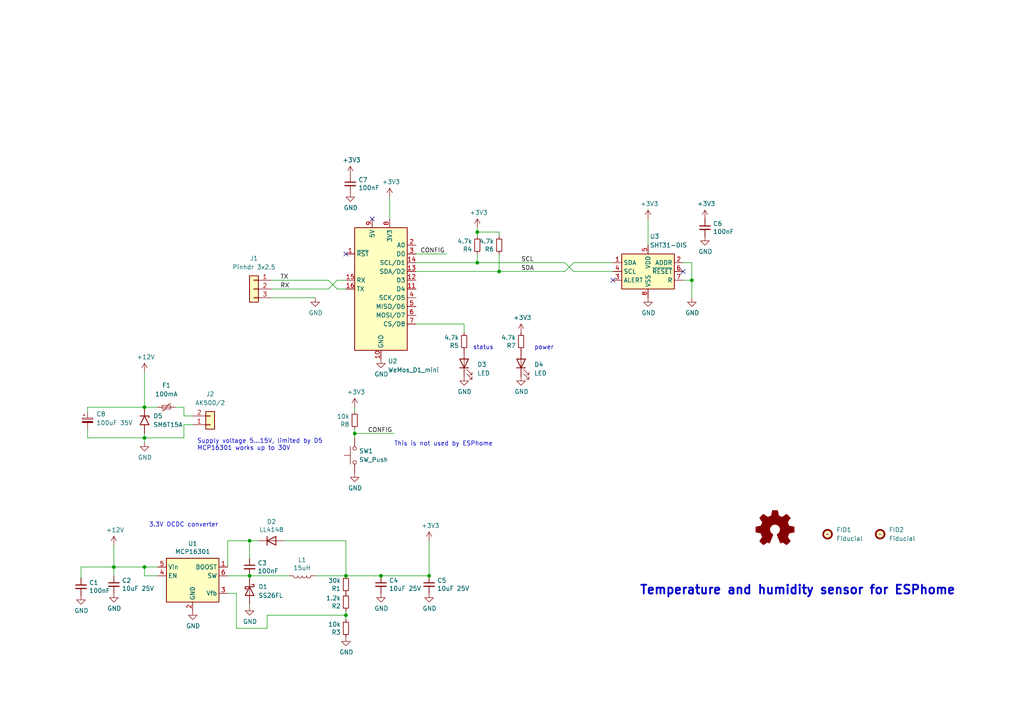
<source format=kicad_sch>
(kicad_sch (version 20211123) (generator eeschema)
  (paper "A4")
  (title_block (title "Temperature and humidity sensor for ESPhome") (company "FoxxCorp") (comment 1 "by: .::MaSTeRFoXX::."))
  (lib_symbols
    (symbol "Connector_Generic:Conn_01x02" (pin_names (offset 1.016) hide)
      (property "Reference" "J" (at 0 2.54 0))
      (property "Value" "Conn_01x02" (at 0 -5.08 0))
      (symbol "Conn_01x02_1_1"
        (rectangle (start -1.27 -2.413) (end 0 -2.667) (stroke (width 0.1524)))
        (rectangle (start -1.27 0.127) (end 0 -0.127) (stroke (width 0.1524)))
        (rectangle (start -1.27 1.27) (end 1.27 -3.81) (stroke (width 0.254)) (fill (type background)))
        (pin passive line (at -5.08 0 0) (length 3.81) (name "Pin_1") (number "1"))
        (pin passive line (at -5.08 -2.54 0) (length 3.81) (name "Pin_2") (number "2"))
      )
    )
    (symbol "Connector_Generic:Conn_01x03" (pin_names (offset 1.016) hide)
      (property "Reference" "J" (at 0 5.08 0))
      (property "Value" "Conn_01x03" (at 0 -5.08 0))
      (symbol "Conn_01x03_1_1"
        (rectangle (start -1.27 -2.413) (end 0 -2.667) (stroke (width 0.1524)))
        (rectangle (start -1.27 0.127) (end 0 -0.127) (stroke (width 0.1524)))
        (rectangle (start -1.27 2.667) (end 0 2.413) (stroke (width 0.1524)))
        (rectangle (start -1.27 3.81) (end 1.27 -3.81) (stroke (width 0.254)) (fill (type background)))
        (pin passive line (at -5.08 2.54 0) (length 3.81) (name "Pin_1") (number "1"))
        (pin passive line (at -5.08 0 0) (length 3.81) (name "Pin_2") (number "2"))
        (pin passive line (at -5.08 -2.54 0) (length 3.81) (name "Pin_3") (number "3"))
      )
    )
    (symbol "Device:C_Polarized_Small" (pin_numbers hide) (pin_names (offset 0.254) hide)
      (property "Reference" "C" (at 0.254 1.778 0))
      (property "Value" "C_Polarized_Small" (at 0.254 -2.032 0))
      (symbol "C_Polarized_Small_0_1"
        (rectangle (start -1.524 -0.3048) (end 1.524 -0.6858) (fill (type outline)))
        (rectangle (start -1.524 0.6858) (end 1.524 0.3048))
        (polyline (pts (xy -1.27 1.524) (xy -0.762 1.524)))
        (polyline (pts (xy -1.016 1.27) (xy -1.016 1.778)))
      )
      (symbol "C_Polarized_Small_1_1"
        (pin passive line (at 0 2.54 270) (length 1.8542) (name "~") (number "1"))
        (pin passive line (at 0 -2.54 90) (length 1.8542) (name "~") (number "2"))
      )
    )
    (symbol "Device:C_Small" (pin_numbers hide) (pin_names (offset 0.254) hide)
      (property "Reference" "C" (at 0.254 1.778 0))
      (property "Value" "C_Small" (at 0.254 -2.032 0))
      (symbol "C_Small_0_1"
        (polyline (pts (xy -1.524 -0.508) (xy 1.524 -0.508)) (stroke (width 0.3302)))
        (polyline (pts (xy -1.524 0.508) (xy 1.524 0.508)) (stroke (width 0.3048)))
      )
      (symbol "C_Small_1_1"
        (pin passive line (at 0 2.54 270) (length 2.032) (name "~") (number "1"))
        (pin passive line (at 0 -2.54 90) (length 2.032) (name "~") (number "2"))
      )
    )
    (symbol "Device:D_Schottky" (pin_numbers hide) (pin_names (offset 1.016) hide)
      (property "Reference" "D" (at 0 2.54 0))
      (property "Value" "D_Schottky" (at 0 -2.54 0))
      (symbol "D_Schottky_0_1"
        (polyline (pts (xy 1.27 0) (xy -1.27 0)))
        (polyline (pts (xy 1.27 1.27) (xy 1.27 -1.27) (xy -1.27 0) (xy 1.27 1.27)) (stroke (width 0.254)))
        (polyline (pts (xy -1.905 0.635) (xy -1.905 1.27) (xy -1.27 1.27) (xy -1.27 -1.27) (xy -0.635 -1.27) (xy -0.635 -0.635)) (stroke (width 0.254)))
      )
      (symbol "D_Schottky_1_1"
        (pin passive line (at -3.81 0 0) (length 2.54) (name "K") (number "1"))
        (pin passive line (at 3.81 0 180) (length 2.54) (name "A") (number "2"))
      )
    )
    (symbol "Device:L" (pin_numbers hide) (pin_names (offset 1.016) hide)
      (property "Reference" "L" (at -1.27 0 90))
      (property "Value" "L" (at 1.905 0 90))
      (symbol "L_0_1"
        (arc (start 0 -2.54) (mid 0.635 -1.905) (end 0 -1.27))
        (arc (start 0 -1.27) (mid 0.635 -0.635) (end 0 0))
        (arc (start 0 0) (mid 0.635 0.635) (end 0 1.27))
        (arc (start 0 1.27) (mid 0.635 1.905) (end 0 2.54))
      )
      (symbol "L_1_1"
        (pin passive line (at 0 3.81 270) (length 1.27) (name "1") (number "1"))
        (pin passive line (at 0 -3.81 90) (length 1.27) (name "2") (number "2"))
      )
    )
    (symbol "Device:LED" (pin_numbers hide) (pin_names (offset 1.016) hide)
      (property "Reference" "D" (at 0 2.54 0))
      (property "Value" "LED" (at 0 -2.54 0))
      (symbol "LED_0_1"
        (polyline (pts (xy -1.27 -1.27) (xy -1.27 1.27)) (stroke (width 0.254)))
        (polyline (pts (xy -1.27 0) (xy 1.27 0)))
        (polyline (pts (xy 1.27 -1.27) (xy 1.27 1.27) (xy -1.27 0) (xy 1.27 -1.27)) (stroke (width 0.254)))
        (polyline (pts (xy -3.048 -0.762) (xy -4.572 -2.286) (xy -3.81 -2.286) (xy -4.572 -2.286) (xy -4.572 -1.524)))
        (polyline (pts (xy -1.778 -0.762) (xy -3.302 -2.286) (xy -2.54 -2.286) (xy -3.302 -2.286) (xy -3.302 -1.524)))
      )
      (symbol "LED_1_1"
        (pin passive line (at -3.81 0 0) (length 2.54) (name "K") (number "1"))
        (pin passive line (at 3.81 0 180) (length 2.54) (name "A") (number "2"))
      )
    )
    (symbol "Device:Polyfuse_Small" (pin_numbers hide) (pin_names (offset 0))
      (property "Reference" "F" (at -1.905 0 90))
      (property "Value" "Polyfuse_Small" (at 1.905 0 90))
      (symbol "Polyfuse_Small_0_1"
        (rectangle (start -0.508 1.27) (end 0.508 -1.27))
        (polyline (pts (xy 0 2.54) (xy 0 -2.54)))
        (polyline (pts (xy -1.016 1.27) (xy -1.016 0.762) (xy 1.016 -0.762) (xy 1.016 -1.27)))
      )
      (symbol "Polyfuse_Small_1_1"
        (pin passive line (at 0 2.54 270) (length 0.635) (name "~") (number "1"))
        (pin passive line (at 0 -2.54 90) (length 0.635) (name "~") (number "2"))
      )
    )
    (symbol "Device:R_Small" (pin_numbers hide) (pin_names (offset 0.254) hide)
      (property "Reference" "R" (at 0.762 0.508 0))
      (property "Value" "R_Small" (at 0.762 -1.016 0))
      (symbol "R_Small_0_1"
        (rectangle (start -0.762 1.778) (end 0.762 -1.778) (stroke (width 0.2032)))
      )
      (symbol "R_Small_1_1"
        (pin passive line (at 0 2.54 270) (length 0.762) (name "~") (number "1"))
        (pin passive line (at 0 -2.54 90) (length 0.762) (name "~") (number "2"))
      )
    )
    (symbol "Diode:LL4148" (pin_numbers hide) (pin_names (offset 1.016) hide)
      (property "Reference" "D" (at 0 2.54 0))
      (property "Value" "LL4148" (at 0 -2.54 0))
      (symbol "LL4148_0_1"
        (polyline (pts (xy -1.27 1.27) (xy -1.27 -1.27)) (stroke (width 0.254)))
        (polyline (pts (xy 1.27 0) (xy -1.27 0)))
        (polyline (pts (xy 1.27 1.27) (xy 1.27 -1.27) (xy -1.27 0) (xy 1.27 1.27)) (stroke (width 0.254)))
      )
      (symbol "LL4148_1_1"
        (pin passive line (at -3.81 0 0) (length 2.54) (name "K") (number "1"))
        (pin passive line (at 3.81 0 180) (length 2.54) (name "A") (number "2"))
      )
    )
    (symbol "Diode:SM6T15A" (pin_numbers hide) (pin_names (offset 1.016) hide)
      (property "Reference" "D" (at 0 2.54 0))
      (property "Value" "SM6T15A" (at 0 -2.54 0))
      (symbol "SM6T15A_0_1"
        (polyline (pts (xy -0.762 1.27) (xy -1.27 1.27) (xy -1.27 -1.27)) (stroke (width 0.254)))
        (polyline (pts (xy 1.27 1.27) (xy 1.27 -1.27) (xy -1.27 0) (xy 1.27 1.27)) (stroke (width 0.254)))
      )
      (symbol "SM6T15A_1_1"
        (pin passive line (at -3.81 0 0) (length 2.54) (name "A1") (number "1"))
        (pin passive line (at 3.81 0 180) (length 2.54) (name "A2") (number "2"))
      )
    )
    (symbol "Graphic:Logo_Open_Hardware_Small" (pin_names (offset 1.016))
      (symbol "Logo_Open_Hardware_Small_0_1"
        (polyline (pts (xy 3.3528 -4.3434) (xy 3.302 -4.318) (xy 3.175 -4.2418) (xy 2.9972 -4.1148) (xy 2.7686 -3.9624) (xy 2.54 -3.81) (xy 2.3622 -3.7084) (xy 2.2352 -3.6068) (xy 2.1844 -3.5814) (xy 2.159 -3.6068) (xy 2.0574 -3.6576) (xy 1.905 -3.7338) (xy 1.8034 -3.7846) (xy 1.6764 -3.8354) (xy 1.6002 -3.8354) (xy 1.6002 -3.8354) (xy 1.5494 -3.7338) (xy 1.4732 -3.5306) (xy 1.3462 -3.302) (xy 1.2446 -3.0226) (xy 1.1176 -2.7178) (xy 0.9652 -2.413) (xy 0.8636 -2.1082) (xy 0.7366 -1.8288) (xy 0.6604 -1.6256) (xy 0.6096 -1.4732) (xy 0.5842 -1.397) (xy 0.5842 -1.397) (xy 0.6604 -1.3208) (xy 0.7874 -1.2446) (xy 1.0414 -1.016) (xy 1.2954 -0.6858) (xy 1.4478 -0.3302) (xy 1.524 0.0762) (xy 1.4732 0.4572) (xy 1.3208 0.8128) (xy 1.0668 1.143) (xy 0.762 1.3716) (xy 0.4064 1.524) (xy 0 1.5748) (xy -0.381 1.5494) (xy -0.7366 1.397) (xy -1.0668 1.143) (xy -1.2192 0.9906) (xy -1.397 0.6604) (xy -1.524 0.3048) (xy -1.524 0.2286) (xy -1.4986 -0.1778) (xy -1.397 -0.5334) (xy -1.1938 -0.8636) (xy -0.9144 -1.143) (xy -0.8636 -1.1684) (xy -0.7366 -1.27) (xy -0.635 -1.3462) (xy -0.5842 -1.397) (xy -1.0668 -2.5908) (xy -1.143 -2.794) (xy -1.2954 -3.1242) (xy -1.397 -3.4036) (xy -1.4986 -3.6322) (xy -1.5748 -3.7846) (xy -1.6002 -3.8354) (xy -1.6002 -3.8354) (xy -1.651 -3.8354) (xy -1.7272 -3.81) (xy -1.905 -3.7338) (xy -2.0066 -3.683) (xy -2.1336 -3.6068) (xy -2.2098 -3.5814) (xy -2.2606 -3.6068) (xy -2.3622 -3.683) (xy -2.54 -3.81) (xy -2.7686 -3.9624) (xy -2.9718 -4.0894) (xy -3.1496 -4.2164) (xy -3.302 -4.318) (xy -3.3528 -4.3434) (xy -3.3782 -4.3434) (xy -3.429 -4.318) (xy -3.5306 -4.2164) (xy -3.7084 -4.064) (xy -3.937 -3.8354) (xy -3.9624 -3.81) (xy -4.1656 -3.6068) (xy -4.318 -3.4544) (xy -4.4196 -3.3274) (xy -4.445 -3.2766) (xy -4.445 -3.2766) (xy -4.4196 -3.2258) (xy -4.318 -3.0734) (xy -4.2164 -2.8956) (xy -4.064 -2.667) (xy -3.6576 -2.0828) (xy -3.8862 -1.5494) (xy -3.937 -1.3716) (xy -4.0386 -1.1684) (xy -4.0894 -1.0414) (xy -4.1148 -0.9652) (xy -4.191 -0.9398) (xy -4.318 -0.9144) (xy -4.5466 -0.8636) (xy -4.8006 -0.8128) (xy -5.0546 -0.7874) (xy -5.2578 -0.7366) (xy -5.4356 -0.7112) (xy -5.5118 -0.6858) (xy -5.5118 -0.6858) (xy -5.5372 -0.635) (xy -5.5372 -0.5588) (xy -5.5372 -0.4318) (xy -5.5626 -0.2286) (xy -5.5626 0.0762) (xy -5.5626 0.127) (xy -5.5372 0.4064) (xy -5.5372 0.635) (xy -5.5372 0.762) (xy -5.5372 0.8382) (xy -5.5372 0.8382) (xy -5.461 0.8382) (xy -5.3086 0.889) (xy -5.08 0.9144) (xy -4.826 0.9652) (xy -4.8006 0.9906) (xy -4.5466 1.0414) (xy -4.318 1.0668) (xy -4.1656 1.1176) (xy -4.0894 1.143) (xy -4.0894 1.143) (xy -4.0386 1.2446) (xy -3.9624 1.4224) (xy -3.8608 1.6256) (xy -3.7846 1.8288) (xy -3.7084 2.0066) (xy -3.6576 2.159) (xy -3.6322 2.2098) (xy -3.6322 2.2098) (xy -3.683 2.286) (xy -3.7592 2.413) (xy -3.8862 2.5908) (xy -4.064 2.8194) (xy -4.064 2.8448) (xy -4.2164 3.0734) (xy -4.3434 3.2512) (xy -4.4196 3.3782) (xy -4.445 3.4544) (xy -4.445 3.4544) (xy -4.3942 3.5052) (xy -4.2926 3.6322) (xy -4.1148 3.81) (xy -3.937 4.0132) (xy -3.8608 4.064) (xy -3.6576 4.2926) (xy -3.5052 4.4196) (xy -3.4036 4.4958) (xy -3.3528 4.5212) (xy -3.3528 4.5212) (xy -3.302 4.4704) (xy -3.1496 4.3688) (xy -2.9718 4.2418) (xy -2.7432 4.0894) (xy -2.7178 4.0894) (xy -2.4892 3.937) (xy -2.3114 3.81) (xy -2.1844 3.7084) (xy -2.1336 3.683) (xy -2.1082 3.683) (xy -2.032 3.7084) (xy -1.8542 3.7592) (xy -1.6764 3.8354) (xy -1.4732 3.937) (xy -1.27 4.0132) (xy -1.143 4.064) (xy -1.0668 4.1148) (xy -1.0668 4.1148) (xy -1.0414 4.191) (xy -1.016 4.3434) (xy -0.9652 4.572) (xy -0.9144 4.8514) (xy -0.889 4.9022) (xy -0.8382 5.1562) (xy -0.8128 5.3848) (xy -0.7874 5.5372) (xy -0.762 5.588) (xy -0.7112 5.6134) (xy -0.5842 5.6134) (xy -0.4064 5.6134) (xy -0.1524 5.6134) (xy 0.0762 5.6134) (xy 0.3302 5.6134) (xy 0.5334 5.6134) (xy 0.6858 5.588) (xy 0.7366 5.588) (xy 0.7366 5.588) (xy 0.762 5.5118) (xy 0.8128 5.334) (xy 0.8382 5.1054) (xy 0.9144 4.826) (xy 0.9144 4.7752) (xy 0.9652 4.5212) (xy 1.016 4.2926) (xy 1.0414 4.1402) (xy 1.0668 4.0894) (xy 1.0668 4.0894) (xy 1.1938 4.0386) (xy 1.3716 3.9624) (xy 1.5748 3.8608) (xy 2.0828 3.6576) (xy 2.7178 4.0894) (xy 2.7686 4.1402) (xy 2.9972 4.2926) (xy 3.175 4.4196) (xy 3.302 4.4958) (xy 3.3782 4.5212) (xy 3.3782 4.5212) (xy 3.429 4.4704) (xy 3.556 4.3434) (xy 3.7338 4.191) (xy 3.9116 3.9878) (xy 4.064 3.8354) (xy 4.2418 3.6576) (xy 4.3434 3.556) (xy 4.4196 3.4798) (xy 4.4196 3.429) (xy 4.4196 3.4036) (xy 4.3942 3.3274) (xy 4.2926 3.2004) (xy 4.1656 2.9972) (xy 4.0132 2.794) (xy 3.8862 2.5908) (xy 3.7592 2.3876) (xy 3.6576 2.2352) (xy 3.6322 2.159) (xy 3.6322 2.1336) (xy 3.683 2.0066) (xy 3.7592 1.8288) (xy 3.8608 1.6002) (xy 4.064 1.1176) (xy 4.3942 1.0414) (xy 4.5974 1.016) (xy 4.8768 0.9652) (xy 5.1308 0.9144) (xy 5.5372 0.8382) (xy 5.5626 -0.6604) (xy 5.4864 -0.6858) (xy 5.4356 -0.6858) (xy 5.2832 -0.7366) (xy 5.0546 -0.762) (xy 4.8006 -0.8128) (xy 4.5974 -0.8636) (xy 4.3688 -0.9144) (xy 4.2164 -0.9398) (xy 4.1402 -0.9398) (xy 4.1148 -0.9652) (xy 4.064 -1.0668) (xy 3.9878 -1.2446) (xy 3.9116 -1.4478) (xy 3.81 -1.651) (xy 3.7338 -1.8542) (xy 3.683 -2.0066) (xy 3.6576 -2.0828) (xy 3.683 -2.1336) (xy 3.7846 -2.2606) (xy 3.8862 -2.4638) (xy 4.0386 -2.667) (xy 4.191 -2.8956) (xy 4.318 -3.0734) (xy 4.3942 -3.2004) (xy 4.445 -3.2766) (xy 4.4196 -3.3274) (xy 4.3434 -3.429) (xy 4.1656 -3.5814) (xy 3.937 -3.8354) (xy 3.8862 -3.8608) (xy 3.683 -4.064) (xy 3.5306 -4.2164) (xy 3.4036 -4.318) (xy 3.3528 -4.3434)) (fill (type outline)))
      )
    )
    (symbol "MCU_Module:WeMos_D1_mini"
      (property "Reference" "U" (at 3.81 19.05 0))
      (property "Value" "WeMos_D1_mini" (at 1.27 -19.05 0))
      (symbol "WeMos_D1_mini_1_1"
        (rectangle (start -7.62 17.78) (end 7.62 -17.78) (stroke (width 0.254)) (fill (type background)))
        (pin input line (at -10.16 10.16 0) (length 2.54) (name "~{RST}") (number "1"))
        (pin power_in line (at 0 -20.32 90) (length 2.54) (name "GND") (number "10"))
        (pin bidirectional line (at 10.16 0 180) (length 2.54) (name "D4") (number "11"))
        (pin bidirectional line (at 10.16 2.54 180) (length 2.54) (name "D3") (number "12"))
        (pin bidirectional line (at 10.16 5.08 180) (length 2.54) (name "SDA/D2") (number "13"))
        (pin bidirectional line (at 10.16 7.62 180) (length 2.54) (name "SCL/D1") (number "14"))
        (pin input line (at -10.16 2.54 0) (length 2.54) (name "RX") (number "15"))
        (pin output line (at -10.16 0 0) (length 2.54) (name "TX") (number "16"))
        (pin input line (at 10.16 12.7 180) (length 2.54) (name "A0") (number "2"))
        (pin bidirectional line (at 10.16 10.16 180) (length 2.54) (name "D0") (number "3"))
        (pin bidirectional line (at 10.16 -2.54 180) (length 2.54) (name "SCK/D5") (number "4"))
        (pin bidirectional line (at 10.16 -5.08 180) (length 2.54) (name "MISO/D6") (number "5"))
        (pin bidirectional line (at 10.16 -7.62 180) (length 2.54) (name "MOSI/D7") (number "6"))
        (pin bidirectional line (at 10.16 -10.16 180) (length 2.54) (name "CS/D8") (number "7"))
        (pin power_out line (at 2.54 20.32 270) (length 2.54) (name "3V3") (number "8"))
        (pin power_in line (at -2.54 20.32 270) (length 2.54) (name "5V") (number "9"))
      )
    )
    (symbol "Mechanical:Fiducial"
      (property "Reference" "FID" (at 0 5.08 0))
      (property "Value" "Fiducial" (at 0 3.175 0))
      (symbol "Fiducial_0_1"
        (circle (center 0 0) (radius 1.27) (stroke (width 0.508)) (fill (type background)))
      )
    )
    (symbol "Regulator_Switching:MCP16301"
      (property "Reference" "U" (at -7.62 6.35 0))
      (property "Value" "MCP16301" (at 0 6.35 0))
      (symbol "MCP16301_0_1"
        (rectangle (start -7.62 5.08) (end 7.62 -7.62) (stroke (width 0.254)) (fill (type background)))
      )
      (symbol "MCP16301_1_1"
        (pin output line (at 10.16 2.54 180) (length 2.54) (name "BOOST") (number "1"))
        (pin power_in line (at 0 -10.16 90) (length 2.54) (name "GND") (number "2"))
        (pin input line (at 10.16 -5.08 180) (length 2.54) (name "Vfb") (number "3"))
        (pin input line (at -10.16 0 0) (length 2.54) (name "EN") (number "4"))
        (pin power_in line (at -10.16 2.54 0) (length 2.54) (name "Vin") (number "5"))
        (pin output line (at 10.16 0 180) (length 2.54) (name "SW") (number "6"))
      )
    )
    (symbol "Sensor_Humidity:SHT31-DIS"
      (property "Reference" "U" (at -6.35 6.35 0))
      (property "Value" "SHT31-DIS" (at 6.35 6.35 0))
      (symbol "SHT31-DIS_0_1"
        (rectangle (start -7.62 5.08) (end 7.62 -5.08) (stroke (width 0.254)) (fill (type background)))
      )
      (symbol "SHT31-DIS_1_1"
        (pin bidirectional line (at 10.16 2.54 180) (length 2.54) (name "SDA") (number "1"))
        (pin input line (at -10.16 2.54 0) (length 2.54) (name "ADDR") (number "2"))
        (pin output line (at 10.16 -2.54 180) (length 2.54) (name "ALERT") (number "3"))
        (pin input line (at 10.16 0 180) (length 2.54) (name "SCL") (number "4"))
        (pin power_in line (at 0 7.62 270) (length 2.54) (name "VDD") (number "5"))
        (pin input line (at -10.16 0 0) (length 2.54) (name "~{RESET}") (number "6"))
        (pin passive line (at -10.16 -2.54 0) (length 2.54) (name "R") (number "7"))
        (pin power_in line (at 0 -7.62 90) (length 2.54) (name "VSS") (number "8"))
        (pin passive line (at 0 -7.62 90) (length 2.54) hide (name "VSS") (number "9"))
      )
    )
    (symbol "Switch:SW_Push" (pin_numbers hide) (pin_names (offset 1.016) hide)
      (property "Reference" "SW" (at 1.27 2.54 0))
      (property "Value" "SW_Push" (at 0 -1.524 0))
      (symbol "SW_Push_0_1"
        (circle (center -2.032 0) (radius 0.508))
        (polyline (pts (xy 0 1.27) (xy 0 3.048)))
        (polyline (pts (xy 2.54 1.27) (xy -2.54 1.27)))
        (circle (center 2.032 0) (radius 0.508))
        (pin passive line (at -5.08 0 0) (length 2.54) (name "1") (number "1"))
        (pin passive line (at 5.08 0 180) (length 2.54) (name "2") (number "2"))
      )
    )
    (symbol "power:+12V" (power) (pin_names (offset 0))
      (property "Value" "+12V" (at 0 3.556 0))
      (symbol "+12V_0_1"
        (polyline (pts (xy -0.762 1.27) (xy 0 2.54)))
        (polyline (pts (xy 0 0) (xy 0 2.54)))
        (polyline (pts (xy 0 2.54) (xy 0.762 1.27)))
      )
      (symbol "+12V_1_1"
        (pin power_in line (at 0 0 90) (length 0) hide (name "+12V") (number "1"))
      )
    )
    (symbol "power:+3V3" (power) (pin_names (offset 0))
      (property "Value" "+3V3" (at 0 3.556 0))
      (symbol "+3V3_0_1"
        (polyline (pts (xy -0.762 1.27) (xy 0 2.54)))
        (polyline (pts (xy 0 0) (xy 0 2.54)))
        (polyline (pts (xy 0 2.54) (xy 0.762 1.27)))
      )
      (symbol "+3V3_1_1"
        (pin power_in line (at 0 0 90) (length 0) hide (name "+3V3") (number "1"))
      )
    )
    (symbol "power:GND" (power) (pin_names (offset 0))
      (property "Value" "GND" (at 0 -3.81 0))
      (symbol "GND_0_1"
        (polyline (pts (xy 0 0) (xy 0 -1.27) (xy 1.27 -1.27) (xy 0 -2.54) (xy -1.27 -1.27) (xy 0 -1.27)))
      )
      (symbol "GND_1_1"
        (pin power_in line (at 0 0 270) (length 0) hide (name "GND") (number "1"))
      )
    )
  )
  (junction (at 138.43 67.31))
  (junction (at 200.66 81.28))
  (junction (at 102.87 125.73))
  (junction (at 72.39 167.005))
  (junction (at 144.78 78.74))
  (junction (at 72.39 156.845))
  (junction (at 100.33 167.005))
  (junction (at 124.46 167.005))
  (junction (at 138.43 76.2))
  (junction (at 110.49 167.005))
  (junction (at 41.91 164.465))
  (junction (at 33.02 164.465))
  (junction (at 41.91 118.11))
  (junction (at 100.33 178.435))
  (junction (at 41.91 127))
  (no_connect (at 198.12 78.74))
  (no_connect (at 177.8 81.28))
  (no_connect (at 107.95 63.5))
  (no_connect (at 100.33 73.66))
  (wire (pts (xy 72.39 156.845) (xy 74.93 156.845)))
  (wire (pts (xy 68.58 172.085) (xy 66.04 172.085)))
  (wire (pts (xy 138.43 67.31) (xy 138.43 68.58)))
  (wire (pts (xy 78.74 86.36) (xy 91.44 86.36)))
  (wire (pts (xy 53.34 118.11) (xy 53.34 120.65)))
  (wire (pts (xy 25.4 118.11) (xy 41.91 118.11)))
  (wire (pts (xy 23.495 167.64) (xy 23.495 164.465)))
  (wire (pts (xy 41.91 107.95) (xy 41.91 118.11)))
  (wire (pts (xy 25.4 119.38) (xy 25.4 118.11)))
  (wire (pts (xy 102.87 118.11) (xy 102.87 119.38)))
  (wire (pts (xy 72.39 167.005) (xy 83.82 167.005)))
  (wire (pts (xy 91.44 167.005) (xy 100.33 167.005)))
  (wire (pts (xy 120.65 76.2) (xy 138.43 76.2)))
  (wire (pts (xy 200.66 81.28) (xy 200.66 86.36)))
  (wire (pts (xy 138.43 66.04) (xy 138.43 67.31)))
  (wire (pts (xy 66.04 156.845) (xy 66.04 164.465)))
  (wire (pts (xy 53.34 127) (xy 41.91 127)))
  (wire (pts (xy 198.12 81.28) (xy 200.66 81.28)))
  (wire (pts (xy 200.66 76.2) (xy 200.66 81.28)))
  (wire (pts (xy 97.79 81.28) (xy 95.25 83.82)))
  (wire (pts (xy 41.91 127) (xy 41.91 128.27)))
  (wire (pts (xy 177.8 78.74) (xy 166.37 78.74)))
  (wire (pts (xy 138.43 76.2) (xy 163.83 76.2)))
  (wire (pts (xy 82.55 156.845) (xy 100.33 156.845)))
  (wire (pts (xy 41.91 167.005) (xy 41.91 164.465)))
  (wire (pts (xy 72.39 156.845) (xy 66.04 156.845)))
  (wire (pts (xy 138.43 67.31) (xy 144.78 67.31)))
  (wire (pts (xy 55.88 120.65) (xy 53.34 120.65)))
  (wire (pts (xy 100.33 177.165) (xy 100.33 178.435)))
  (wire (pts (xy 95.25 83.82) (xy 78.74 83.82)))
  (wire (pts (xy 25.4 124.46) (xy 25.4 127)))
  (wire (pts (xy 33.02 158.115) (xy 33.02 164.465)))
  (wire (pts (xy 166.37 76.2) (xy 177.8 76.2)))
  (wire (pts (xy 144.78 78.74) (xy 163.83 78.74)))
  (wire (pts (xy 72.39 167.005) (xy 72.39 167.64)))
  (wire (pts (xy 100.33 178.435) (xy 100.33 179.705)))
  (wire (pts (xy 120.65 93.98) (xy 134.62 93.98)))
  (wire (pts (xy 187.96 63.5) (xy 187.96 71.12)))
  (wire (pts (xy 198.12 76.2) (xy 200.66 76.2)))
  (wire (pts (xy 138.43 73.66) (xy 138.43 76.2)))
  (wire (pts (xy 113.03 57.15) (xy 113.03 63.5)))
  (wire (pts (xy 41.91 164.465) (xy 33.02 164.465)))
  (wire (pts (xy 77.47 182.245) (xy 68.58 182.245)))
  (wire (pts (xy 102.87 125.73) (xy 102.87 127)))
  (wire (pts (xy 95.25 81.28) (xy 78.74 81.28)))
  (wire (pts (xy 102.87 124.46) (xy 102.87 125.73)))
  (wire (pts (xy 77.47 178.435) (xy 77.47 182.245)))
  (wire (pts (xy 124.46 167.005) (xy 124.46 156.845)))
  (wire (pts (xy 163.83 78.74) (xy 166.37 76.2)))
  (wire (pts (xy 144.78 73.66) (xy 144.78 78.74)))
  (wire (pts (xy 66.04 167.005) (xy 72.39 167.005)))
  (wire (pts (xy 102.87 125.73) (xy 114.3 125.73)))
  (wire (pts (xy 25.4 127) (xy 41.91 127)))
  (wire (pts (xy 68.58 172.085) (xy 68.58 182.245)))
  (wire (pts (xy 50.8 118.11) (xy 53.34 118.11)))
  (wire (pts (xy 100.33 83.82) (xy 97.79 83.82)))
  (wire (pts (xy 100.33 81.28) (xy 97.79 81.28)))
  (wire (pts (xy 72.39 161.925) (xy 72.39 156.845)))
  (wire (pts (xy 45.72 167.005) (xy 41.91 167.005)))
  (wire (pts (xy 166.37 78.74) (xy 163.83 76.2)))
  (wire (pts (xy 100.33 178.435) (xy 77.47 178.435)))
  (wire (pts (xy 110.49 167.005) (xy 100.33 167.005)))
  (wire (pts (xy 144.78 67.31) (xy 144.78 68.58)))
  (wire (pts (xy 41.91 164.465) (xy 45.72 164.465)))
  (wire (pts (xy 41.91 118.11) (xy 45.72 118.11)))
  (wire (pts (xy 120.65 78.74) (xy 144.78 78.74)))
  (wire (pts (xy 55.88 123.19) (xy 53.34 123.19)))
  (wire (pts (xy 41.91 125.73) (xy 41.91 127)))
  (wire (pts (xy 23.495 164.465) (xy 33.02 164.465)))
  (wire (pts (xy 97.79 83.82) (xy 95.25 81.28)))
  (wire (pts (xy 33.02 167.005) (xy 33.02 164.465)))
  (wire (pts (xy 53.34 123.19) (xy 53.34 127)))
  (wire (pts (xy 134.62 93.98) (xy 134.62 96.52)))
  (wire (pts (xy 100.33 167.005) (xy 100.33 156.845)))
  (wire (pts (xy 72.39 175.26) (xy 72.39 175.895)))
  (wire (pts (xy 124.46 167.005) (xy 110.49 167.005)))
  (wire (pts (xy 120.65 73.66) (xy 129.54 73.66)))
  (text "Temperature and humidity sensor for ESPhome" (at 185.42 172.72 0) (effects (font (size 2.54 2.54) (thickness 0.508) bold) (justify left bottom)))
  (text "status\n" (at 137.16 101.6 0) (effects (font (size 1.27 1.27)) (justify left bottom)))
  (text "This is not used by ESPhome" (at 114.3 129.54 0) (effects (font (size 1.27 1.27)) (justify left bottom)))
  (text "3.3V DCDC converter" (at 43.18 153.035 0) (effects (font (size 1.27 1.27)) (justify left bottom)))
  (text "Supply voltage 5...15V, limited by D5\nMCP16301 works up to 30V" (at 57.15 130.81 0) (effects (font (size 1.27 1.27)) (justify left bottom)))
  (text "power" (at 154.94 101.6 0) (effects (font (size 1.27 1.27)) (justify left bottom)))
  (label "CONFIG" (at 121.92 73.66 0))
  (label "SDA" (at 151.13 78.74 0))
  (label "SCL" (at 151.13 76.2 0))
  (label "TX" (at 81.28 81.28 0))
  (label "CONFIG" (at 106.68 125.73 0))
  (label "RX" (at 81.28 83.82 0))
  (symbol (lib_id "power:GND") (at 41.91 128.27 0) (unit 1)
    (property "Reference" "#PWR0122" (effects hide))
    (property "Value" "GND" (at 42.037 132.6642 0))
  )
  (symbol (lib_id "power:GND") (at 124.46 172.085 0) (unit 1)
    (property "Reference" "#PWR0103" (effects hide))
    (property "Value" "GND" (at 124.587 176.4792 0))
  )
  (symbol (lib_id "Device:R_Small") (at 151.13 99.06 180) (unit 1)
    (property "Reference" "R7" (at 149.6314 100.2284 0) (effects (justify left)))
    (property "Value" "4.7k" (at 149.6314 97.917 0) (effects (justify left)))
    (property "Footprint" "Resistor_SMD:R_0603_1608Metric" (effects hide))
  )
  (symbol (lib_id "Device:C_Small") (at 33.02 169.545 0) (unit 1)
    (property "Reference" "C2" (at 35.3568 168.3766 0) (effects (justify left)))
    (property "Value" "10uF 25V" (at 35.3568 170.688 0) (effects (justify left)))
    (property "Footprint" "Capacitor_SMD:C_1206_3216Metric" (effects hide))
  )
  (symbol (lib_id "power:GND") (at 187.96 86.36 0) (unit 1)
    (property "Reference" "#PWR0114" (effects hide))
    (property "Value" "GND" (at 188.087 90.7542 0))
  )
  (symbol (lib_id "MCU_Module:WeMos_D1_mini") (at 110.49 83.82 0) (unit 1)
    (property "Reference" "U2" (at 112.5094 104.775 0) (effects (justify left)))
    (property "Value" "WeMos_D1_mini" (at 112.5094 107.315 0) (effects (justify left)))
    (property "Footprint" "Module:WEMOS_D1_mini_light" (effects hide))
    (property "Datasheet" "https://wiki.wemos.cc/products:d1:d1_mini#documentation" (effects hide))
  )
  (symbol (lib_id "Device:R_Small") (at 144.78 71.12 180) (unit 1)
    (property "Reference" "R6" (at 143.2814 72.2884 0) (effects (justify left)))
    (property "Value" "4.7k" (at 143.2814 69.977 0) (effects (justify left)))
    (property "Footprint" "Resistor_SMD:R_0603_1608Metric" (effects hide))
  )
  (symbol (lib_id "power:GND") (at 100.33 184.785 0) (unit 1)
    (property "Reference" "#PWR0101" (effects hide))
    (property "Value" "GND" (at 100.457 189.1792 0))
  )
  (symbol (lib_id "Device:C_Small") (at 72.39 164.465 0) (unit 1)
    (property "Reference" "C3" (at 74.7268 163.2966 0) (effects (justify left)))
    (property "Value" "100nF" (at 74.7268 165.608 0) (effects (justify left)))
    (property "Footprint" "Capacitor_SMD:C_0603_1608Metric" (effects hide))
  )
  (symbol (lib_id "power:GND") (at 101.6 55.88 0) (unit 1)
    (property "Reference" "#PWR0125" (effects hide))
    (property "Value" "GND" (at 101.727 60.2742 0))
  )
  (symbol (lib_id "power:+3V3") (at 113.03 57.15 0) (unit 1)
    (property "Reference" "#PWR0120" (effects hide))
    (property "Value" "+3V3" (at 113.411 52.7558 0))
  )
  (symbol (lib_id "power:GND") (at 91.44 86.36 0) (unit 1)
    (property "Reference" "#PWR0118" (effects hide))
    (property "Value" "GND" (at 91.567 90.7542 0))
  )
  (symbol (lib_id "power:GND") (at 200.66 86.36 0) (unit 1)
    (property "Reference" "#PWR0115" (effects hide))
    (property "Value" "GND" (at 200.787 90.7542 0))
  )
  (symbol (lib_id "power:+12V") (at 41.91 107.95 0) (unit 1)
    (property "Reference" "#PWR0123" (effects hide))
    (property "Value" "+12V" (at 42.291 103.5558 0))
  )
  (symbol (lib_id "power:GND") (at 55.88 177.165 0) (unit 1)
    (property "Reference" "#PWR0107" (effects hide))
    (property "Value" "GND" (at 56.007 181.5592 0))
  )
  (symbol (lib_id "power:GND") (at 151.13 109.22 0) (unit 1)
    (property "Reference" "#PWR0111" (effects hide))
    (property "Value" "GND" (at 151.257 113.6142 0))
  )
  (symbol (lib_id "Device:R_Small") (at 100.33 182.245 180) (unit 1)
    (property "Reference" "R3" (at 98.8314 183.4134 0) (effects (justify left)))
    (property "Value" "10k" (at 98.8314 181.102 0) (effects (justify left)))
    (property "Footprint" "Resistor_SMD:R_0603_1608Metric" (effects hide))
  )
  (symbol (lib_id "power:GND") (at 33.02 172.085 0) (unit 1)
    (property "Reference" "#PWR0106" (effects hide))
    (property "Value" "GND" (at 33.147 176.4792 0))
  )
  (symbol (lib_id "power:GND") (at 110.49 104.14 0) (unit 1)
    (property "Reference" "#PWR0121" (effects hide))
    (property "Value" "GND" (at 110.617 108.5342 0))
  )
  (symbol (lib_id "power:GND") (at 102.87 137.16 0) (unit 1)
    (property "Reference" "#PWR0126" (effects hide))
    (property "Value" "GND" (at 102.997 141.5542 0))
  )
  (symbol (lib_id "Mechanical:Fiducial") (at 240.03 154.94 0) (unit 1)
    (property "Reference" "FID1" (at 242.57 153.6699 0) (effects (justify left)))
    (property "Value" "Fiducial" (at 242.57 156.2099 0) (effects (justify left)))
    (property "Footprint" "Fiducial:Fiducial_0.75mm_Mask2.25mm" (effects hide))
    (property "Datasheet" "~" (at 240.03 154.94 0))
  )
  (symbol (lib_id "Connector_Generic:Conn_01x02") (at 60.96 123.19 0) (mirror x) (unit 1)
    (property "Reference" "J2" (at 60.96 114.3 0))
    (property "Value" "AK500/2" (at 60.96 116.84 0))
    (property "Footprint" "TerminalBlock_Phoenix:TerminalBlock_Phoenix_MKDS-1,5-2-5.08_1x02_P5.08mm_Horizontal" (effects hide))
  )
  (symbol (lib_id "Device:LED") (at 151.13 105.41 90) (unit 1)
    (property "Reference" "D4" (at 154.94 105.7274 90) (effects (justify right)))
    (property "Value" "LED" (at 154.94 108.2674 90) (effects (justify right)))
    (property "Footprint" "LED_SMD:LED_0805_2012Metric" (effects hide))
  )
  (symbol (lib_id "Device:Polyfuse_Small") (at 48.26 118.11 90) (unit 1)
    (property "Reference" "F1" (at 48.26 111.76 90))
    (property "Value" "100mA" (at 48.26 114.3 90))
    (property "Footprint" "Fuse:Fuse_1812_4532Metric" (effects hide))
  )
  (symbol (lib_id "power:+3V3") (at 138.43 66.04 0) (unit 1)
    (property "Reference" "#PWR0119" (effects hide))
    (property "Value" "+3V3" (at 138.811 61.6458 0))
  )
  (symbol (lib_id "Diode:SM6T15A") (at 41.91 121.92 270) (unit 1)
    (property "Reference" "D5" (at 44.45 120.6499 90) (effects (justify left)))
    (property "Value" "SM6T15A" (at 44.45 123.1899 90) (effects (justify left)))
    (property "Footprint" "Diode_SMD:D_SMB" (effects hide))
    (property "Datasheet" "https://www.st.com/resource/en/datasheet/sm6t.pdf" (effects hide))
  )
  (symbol (lib_id "power:+3V3") (at 124.46 156.845 0) (unit 1)
    (property "Reference" "#PWR0102" (effects hide))
    (property "Value" "+3V3" (at 124.841 152.4508 0))
  )
  (symbol (lib_id "Device:D_Schottky") (at 72.39 171.45 270) (unit 1)
    (property "Reference" "D1" (at 74.93 170.18 90) (effects (justify left)))
    (property "Value" "SS26FL" (at 74.93 172.72 90) (effects (justify left)))
    (property "Footprint" "Diode_SMD:D_SOD-123F" (effects hide))
  )
  (symbol (lib_id "Device:C_Small") (at 23.495 170.18 0) (unit 1)
    (property "Reference" "C1" (at 25.8318 169.0116 0) (effects (justify left)))
    (property "Value" "100nF" (at 25.8318 171.323 0) (effects (justify left)))
    (property "Footprint" "Capacitor_SMD:C_0603_1608Metric" (effects hide))
  )
  (symbol (lib_id "power:+3V3") (at 187.96 63.5 0) (unit 1)
    (property "Reference" "#PWR0113" (effects hide))
    (property "Value" "+3V3" (at 188.341 59.1058 0))
  )
  (symbol (lib_id "Device:LED") (at 134.62 105.41 90) (unit 1)
    (property "Reference" "D3" (at 138.43 105.7274 90) (effects (justify right)))
    (property "Value" "LED" (at 138.43 108.2674 90) (effects (justify right)))
    (property "Footprint" "LED_SMD:LED_0805_2012Metric" (effects hide))
  )
  (symbol (lib_id "power:GND") (at 204.47 68.58 0) (unit 1)
    (property "Reference" "#PWR0116" (effects hide))
    (property "Value" "GND" (at 204.597 72.9742 0))
  )
  (symbol (lib_id "Connector_Generic:Conn_01x03") (at 73.66 83.82 0) (mirror y) (unit 1)
    (property "Reference" "J1" (at 73.66 74.93 0))
    (property "Value" "Pinhdr 3x2.5" (at 73.66 77.47 0))
    (property "Footprint" "Connector_PinHeader_2.54mm:PinHeader_1x03_P2.54mm_Vertical" (effects hide))
  )
  (symbol (lib_id "Device:R_Small") (at 134.62 99.06 180) (unit 1)
    (property "Reference" "R5" (at 133.1214 100.2284 0) (effects (justify left)))
    (property "Value" "4.7k" (at 133.1214 97.917 0) (effects (justify left)))
    (property "Footprint" "Resistor_SMD:R_0603_1608Metric" (effects hide))
  )
  (symbol (lib_id "power:+3V3") (at 102.87 118.11 0) (unit 1)
    (property "Reference" "#PWR0127" (effects hide))
    (property "Value" "+3V3" (at 103.251 113.7158 0))
  )
  (symbol (lib_id "Device:R_Small") (at 138.43 71.12 180) (unit 1)
    (property "Reference" "R4" (at 136.9314 72.2884 0) (effects (justify left)))
    (property "Value" "4.7k" (at 136.9314 69.977 0) (effects (justify left)))
    (property "Footprint" "Resistor_SMD:R_0603_1608Metric" (effects hide))
  )
  (symbol (lib_id "Device:C_Small") (at 124.46 169.545 0) (unit 1)
    (property "Reference" "C5" (at 126.7968 168.3766 0) (effects (justify left)))
    (property "Value" "10uF 25V" (at 126.7968 170.688 0) (effects (justify left)))
    (property "Footprint" "Capacitor_SMD:C_1206_3216Metric" (effects hide))
  )
  (symbol (lib_id "Device:C_Small") (at 204.47 66.04 0) (unit 1)
    (property "Reference" "C6" (at 206.8068 64.8716 0) (effects (justify left)))
    (property "Value" "100nF" (at 206.8068 67.183 0) (effects (justify left)))
    (property "Footprint" "Capacitor_SMD:C_0603_1608Metric" (effects hide))
  )
  (symbol (lib_id "Diode:LL4148") (at 78.74 156.845 0) (unit 1)
    (property "Reference" "D2" (at 78.74 151.3332 0))
    (property "Value" "LL4148" (at 78.74 153.6446 0))
    (property "Footprint" "Diode_SMD:D_MiniMELF" (effects hide))
    (property "Datasheet" "http://www.vishay.com/docs/85557/ll4148.pdf" (effects hide))
  )
  (symbol (lib_id "power:GND") (at 23.495 172.72 0) (unit 1)
    (property "Reference" "#PWR0105" (effects hide))
    (property "Value" "GND" (at 23.622 177.1142 0))
  )
  (symbol (lib_id "Graphic:Logo_Open_Hardware_Small") (at 224.79 153.67 0) (unit 1)
    (property "Reference" "LOGO1" (effects hide))
    (property "Value" "Logo_Open_Hardware_Small" (effects hide))
    (property "Footprint" "Symbol:OSHW-Logo2_14.6x12mm_SilkScreen" (effects hide))
  )
  (symbol (lib_id "power:GND") (at 134.62 109.22 0) (unit 1)
    (property "Reference" "#PWR0110" (effects hide))
    (property "Value" "GND" (at 134.747 113.6142 0))
  )
  (symbol (lib_id "power:+12V") (at 33.02 158.115 0) (unit 1)
    (property "Reference" "#PWR0109" (effects hide))
    (property "Value" "+12V" (at 33.401 153.7208 0))
  )
  (symbol (lib_id "Device:C_Small") (at 110.49 169.545 0) (unit 1)
    (property "Reference" "C4" (at 112.8268 168.3766 0) (effects (justify left)))
    (property "Value" "10uF 25V" (at 112.8268 170.688 0) (effects (justify left)))
    (property "Footprint" "Capacitor_SMD:C_1206_3216Metric" (effects hide))
  )
  (symbol (lib_id "Device:R_Small") (at 100.33 169.545 180) (unit 1)
    (property "Reference" "R1" (at 98.8314 170.7134 0) (effects (justify left)))
    (property "Value" "30k" (at 98.8314 168.402 0) (effects (justify left)))
    (property "Footprint" "Resistor_SMD:R_0603_1608Metric" (effects hide))
  )
  (symbol (lib_id "power:GND") (at 110.49 172.085 0) (unit 1)
    (property "Reference" "#PWR0104" (effects hide))
    (property "Value" "GND" (at 110.617 176.4792 0))
  )
  (symbol (lib_id "power:+3V3") (at 101.6 50.8 0) (unit 1)
    (property "Reference" "#PWR0124" (effects hide))
    (property "Value" "+3V3" (at 101.981 46.4058 0))
  )
  (symbol (lib_id "Mechanical:Fiducial") (at 255.27 154.94 0) (unit 1)
    (property "Reference" "FID2" (at 257.81 153.6699 0) (effects (justify left)))
    (property "Value" "Fiducial" (at 257.81 156.2099 0) (effects (justify left)))
    (property "Footprint" "Fiducial:Fiducial_0.75mm_Mask2.25mm" (effects hide))
    (property "Datasheet" "~" (at 255.27 154.94 0))
  )
  (symbol (lib_id "Device:R_Small") (at 102.87 121.92 180) (unit 1)
    (property "Reference" "R8" (at 101.3714 123.0884 0) (effects (justify left)))
    (property "Value" "10k" (at 101.3714 120.777 0) (effects (justify left)))
    (property "Footprint" "Resistor_SMD:R_0603_1608Metric" (effects hide))
  )
  (symbol (lib_id "Sensor_Humidity:SHT31-DIS") (at 187.96 78.74 0) (mirror y) (unit 1)
    (property "Reference" "U3" (at 188.4806 68.58 0) (effects (justify right)))
    (property "Value" "SHT31-DIS" (at 188.4806 71.12 0) (effects (justify right)))
    (property "Footprint" "Sensor_Humidity:Sensirion_DFN-8-1EP_2.5x2.5mm_P0.5mm_EP1.1x1.7mm" (effects hide))
    (property "Datasheet" "https://www.sensirion.com/fileadmin/user_upload/customers/sensirion/Dokumente/2_Humidity_Sensors/Datasheets/Sensirion_Humidity_Sensors_SHT3x_Datasheet_digital.pdf" (effects hide))
  )
  (symbol (lib_id "Device:L") (at 87.63 167.005 270) (unit 1)
    (property "Reference" "L1" (at 87.63 162.4076 90))
    (property "Value" "15uH" (at 87.63 164.719 90))
    (property "Footprint" "masterfoxx_footprint:inductor_6_5x6_5" (effects hide))
  )
  (symbol (lib_id "Device:C_Polarized_Small") (at 25.4 121.92 0) (unit 1)
    (property "Reference" "C8" (at 27.94 120.1038 0) (effects (justify left)))
    (property "Value" "100uF 35V" (at 27.94 122.6438 0) (effects (justify left)))
    (property "Footprint" "Capacitor_THT:C_Radial_D8.0mm_H11.5mm_P3.50mm" (effects hide))
  )
  (symbol (lib_id "Switch:SW_Push") (at 102.87 132.08 90) (unit 1)
    (property "Reference" "SW1" (at 104.14 130.8099 90) (effects (justify right)))
    (property "Value" "SW_Push" (at 104.14 133.3499 90) (effects (justify right)))
    (property "Footprint" "Button_Switch_THT:SW_Tactile_SPST_Angled_PTS645Vx83-2LFS" (effects hide))
  )
  (symbol (lib_id "Regulator_Switching:MCP16301") (at 55.88 167.005 0) (unit 1)
    (property "Reference" "U1" (at 55.88 157.6832 0))
    (property "Value" "MCP16301" (at 55.88 159.9946 0))
    (property "Footprint" "Package_TO_SOT_SMD:SOT-23-6" (effects hide))
    (property "Datasheet" "http://ww1.microchip.com/downloads/en/DeviceDoc/20005004D.pdf" (effects hide))
  )
  (symbol (lib_id "power:GND") (at 72.39 175.895 0) (unit 1)
    (property "Reference" "#PWR0108" (effects hide))
    (property "Value" "GND" (at 72.517 180.2892 0))
  )
  (symbol (lib_id "power:+3V3") (at 204.47 63.5 0) (unit 1)
    (property "Reference" "#PWR0117" (effects hide))
    (property "Value" "+3V3" (at 204.851 59.1058 0))
  )
  (symbol (lib_id "Device:C_Small") (at 101.6 53.34 0) (unit 1)
    (property "Reference" "C7" (at 103.9368 52.1716 0) (effects (justify left)))
    (property "Value" "100nF" (at 103.9368 54.483 0) (effects (justify left)))
    (property "Footprint" "Capacitor_SMD:C_0603_1608Metric" (effects hide))
  )
  (symbol (lib_id "power:+3V3") (at 151.13 96.52 0) (unit 1)
    (property "Reference" "#PWR0112" (effects hide))
    (property "Value" "+3V3" (at 151.511 92.1258 0))
  )
  (symbol (lib_id "Device:R_Small") (at 100.33 174.625 180) (unit 1)
    (property "Reference" "R2" (at 98.8314 175.7934 0) (effects (justify left)))
    (property "Value" "1.2k" (at 98.8314 173.482 0) (effects (justify left)))
    (property "Footprint" "Resistor_SMD:R_0603_1608Metric" (effects hide))
  )
)
</source>
